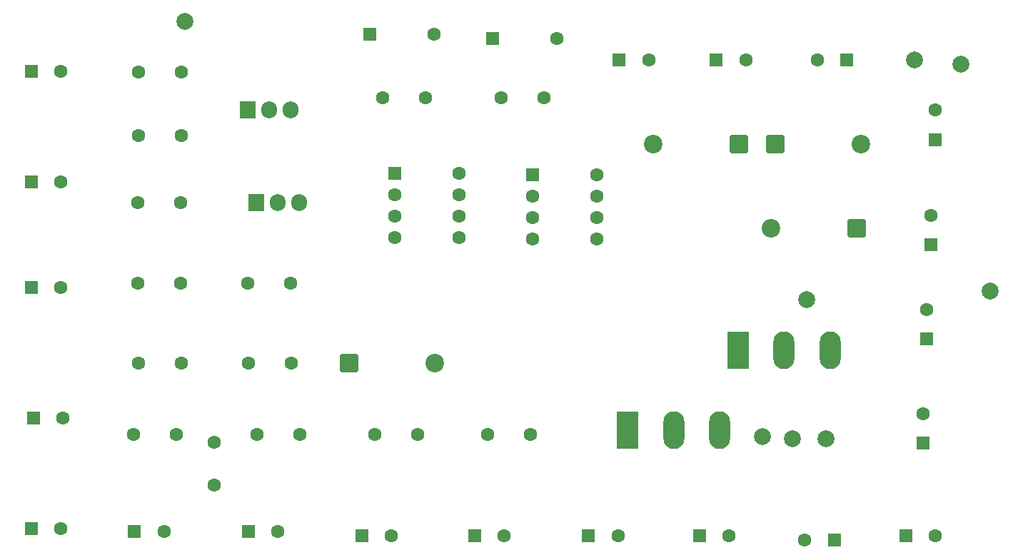
<source format=gbr>
%TF.GenerationSoftware,KiCad,Pcbnew,9.0.4*%
%TF.CreationDate,2025-10-02T23:38:02+05:30*%
%TF.ProjectId,Class_D Amplifier,436c6173-735f-4442-9041-6d706c696669,rev?*%
%TF.SameCoordinates,Original*%
%TF.FileFunction,Soldermask,Bot*%
%TF.FilePolarity,Negative*%
%FSLAX46Y46*%
G04 Gerber Fmt 4.6, Leading zero omitted, Abs format (unit mm)*
G04 Created by KiCad (PCBNEW 9.0.4) date 2025-10-02 23:38:02*
%MOMM*%
%LPD*%
G01*
G04 APERTURE LIST*
G04 Aperture macros list*
%AMRoundRect*
0 Rectangle with rounded corners*
0 $1 Rounding radius*
0 $2 $3 $4 $5 $6 $7 $8 $9 X,Y pos of 4 corners*
0 Add a 4 corners polygon primitive as box body*
4,1,4,$2,$3,$4,$5,$6,$7,$8,$9,$2,$3,0*
0 Add four circle primitives for the rounded corners*
1,1,$1+$1,$2,$3*
1,1,$1+$1,$4,$5*
1,1,$1+$1,$6,$7*
1,1,$1+$1,$8,$9*
0 Add four rect primitives between the rounded corners*
20,1,$1+$1,$2,$3,$4,$5,0*
20,1,$1+$1,$4,$5,$6,$7,0*
20,1,$1+$1,$6,$7,$8,$9,0*
20,1,$1+$1,$8,$9,$2,$3,0*%
G04 Aperture macros list end*
%ADD10RoundRect,0.250000X-0.550000X-0.550000X0.550000X-0.550000X0.550000X0.550000X-0.550000X0.550000X0*%
%ADD11C,1.600000*%
%ADD12RoundRect,0.250000X0.550000X-0.550000X0.550000X0.550000X-0.550000X0.550000X-0.550000X-0.550000X0*%
%ADD13R,2.500000X4.500000*%
%ADD14O,2.500000X4.500000*%
%ADD15C,2.000000*%
%ADD16RoundRect,0.249999X0.850001X0.850001X-0.850001X0.850001X-0.850001X-0.850001X0.850001X-0.850001X0*%
%ADD17C,2.200000*%
%ADD18R,1.905000X2.000000*%
%ADD19O,1.905000X2.000000*%
%ADD20RoundRect,0.249999X-0.850001X-0.850001X0.850001X-0.850001X0.850001X0.850001X-0.850001X0.850001X0*%
%ADD21RoundRect,0.250000X0.550000X0.550000X-0.550000X0.550000X-0.550000X-0.550000X0.550000X-0.550000X0*%
G04 APERTURE END LIST*
D10*
%TO.C,C9*%
X122847349Y-118000000D03*
D11*
X126347349Y-118000000D03*
%TD*%
D10*
%TO.C,U1*%
X113380000Y-74960000D03*
D11*
X113380000Y-77500000D03*
X113380000Y-80040000D03*
X113380000Y-82580000D03*
X121000000Y-82580000D03*
X121000000Y-80040000D03*
X121000000Y-77500000D03*
X121000000Y-74960000D03*
%TD*%
D12*
%TO.C,C16*%
X177000000Y-83500000D03*
D11*
X177000000Y-80000000D03*
%TD*%
D10*
%TO.C,C4*%
X70500000Y-104000000D03*
D11*
X74000000Y-104000000D03*
%TD*%
D10*
%TO.C,C21*%
X140000000Y-61500000D03*
D11*
X143500000Y-61500000D03*
%TD*%
D13*
%TO.C,Q3*%
X141000000Y-105500000D03*
D14*
X146450000Y-105500000D03*
X151900000Y-105500000D03*
%TD*%
D11*
%TO.C,R6*%
X82420000Y-106000000D03*
X87500000Y-106000000D03*
%TD*%
%TO.C,R2*%
X88080000Y-70500000D03*
X83000000Y-70500000D03*
%TD*%
D10*
%TO.C,D2*%
X125000000Y-59000000D03*
D11*
X132620000Y-59000000D03*
%TD*%
D10*
%TO.C,C1*%
X70264698Y-62920000D03*
D11*
X73764698Y-62920000D03*
%TD*%
D15*
%TO.C,J2*%
X162250000Y-90000000D03*
%TD*%
D16*
%TO.C,D1*%
X168160000Y-81500000D03*
D17*
X158000000Y-81500000D03*
%TD*%
D11*
%TO.C,R5*%
X88080000Y-97500000D03*
X83000000Y-97500000D03*
%TD*%
%TO.C,R9*%
X124420000Y-106000000D03*
X129500000Y-106000000D03*
%TD*%
D10*
%TO.C,C13*%
X174000000Y-118000000D03*
D11*
X177500000Y-118000000D03*
%TD*%
D13*
%TO.C,Q2*%
X154100000Y-96000000D03*
D14*
X159550000Y-96000000D03*
X165000000Y-96000000D03*
%TD*%
D10*
%TO.C,C10*%
X136347349Y-118000000D03*
D11*
X139847349Y-118000000D03*
%TD*%
D16*
%TO.C,D6*%
X154160000Y-71500000D03*
D17*
X144000000Y-71500000D03*
%TD*%
D11*
%TO.C,R3*%
X82920000Y-78500000D03*
X88000000Y-78500000D03*
%TD*%
D10*
%TO.C,C6*%
X82500000Y-117500000D03*
D11*
X86000000Y-117500000D03*
%TD*%
D15*
%TO.C,L1*%
X160500000Y-106500000D03*
X164500000Y-106500000D03*
%TD*%
D11*
%TO.C,R1*%
X82965000Y-63000000D03*
X88045000Y-63000000D03*
%TD*%
%TO.C,R13*%
X101080000Y-97500000D03*
X96000000Y-97500000D03*
%TD*%
D12*
%TO.C,C15*%
X176500000Y-94652651D03*
D11*
X176500000Y-91152651D03*
%TD*%
D10*
%TO.C,C5*%
X70250000Y-117150000D03*
D11*
X73750000Y-117150000D03*
%TD*%
D15*
%TO.C,J4*%
X175000000Y-61500000D03*
%TD*%
%TO.C,J5*%
X180500000Y-62000000D03*
%TD*%
D18*
%TO.C,Q1*%
X96920000Y-78500000D03*
D19*
X99460000Y-78500000D03*
X102000000Y-78500000D03*
%TD*%
D15*
%TO.C,J6*%
X157000000Y-106250000D03*
%TD*%
D11*
%TO.C,R8*%
X116080000Y-106000000D03*
X111000000Y-106000000D03*
%TD*%
D20*
%TO.C,D4*%
X158500000Y-71500000D03*
D17*
X168660000Y-71500000D03*
%TD*%
D11*
%TO.C,R10*%
X126000000Y-66000000D03*
X131080000Y-66000000D03*
%TD*%
D10*
%TO.C,C7*%
X96000000Y-117500000D03*
D11*
X99500000Y-117500000D03*
%TD*%
%TO.C,R11*%
X111920000Y-66000000D03*
X117000000Y-66000000D03*
%TD*%
D18*
%TO.C,Q4*%
X95960000Y-67450000D03*
D19*
X98500000Y-67450000D03*
X101040000Y-67450000D03*
%TD*%
D12*
%TO.C,C14*%
X176000000Y-107000000D03*
D11*
X176000000Y-103500000D03*
%TD*%
D10*
%TO.C,U2*%
X129695000Y-75190000D03*
D11*
X129695000Y-77730000D03*
X129695000Y-80270000D03*
X129695000Y-82810000D03*
X137315000Y-82810000D03*
X137315000Y-80270000D03*
X137315000Y-77730000D03*
X137315000Y-75190000D03*
%TD*%
D20*
%TO.C,D5*%
X108000000Y-97500000D03*
D17*
X118160000Y-97500000D03*
%TD*%
D10*
%TO.C,D3*%
X110380000Y-58500000D03*
D11*
X118000000Y-58500000D03*
%TD*%
D15*
%TO.C,J1*%
X88500000Y-57000000D03*
%TD*%
D10*
%TO.C,C3*%
X70264698Y-88500000D03*
D11*
X73764698Y-88500000D03*
%TD*%
D10*
%TO.C,C2*%
X70264698Y-76000000D03*
D11*
X73764698Y-76000000D03*
%TD*%
D10*
%TO.C,C11*%
X149500000Y-118000000D03*
D11*
X153000000Y-118000000D03*
%TD*%
D10*
%TO.C,C20*%
X151500000Y-61500000D03*
D11*
X155000000Y-61500000D03*
%TD*%
D10*
%TO.C,C8*%
X109500000Y-118000000D03*
D11*
X113000000Y-118000000D03*
%TD*%
%TO.C,R7*%
X102080000Y-106000000D03*
X97000000Y-106000000D03*
%TD*%
%TO.C,R12*%
X101035000Y-88000000D03*
X95955000Y-88000000D03*
%TD*%
%TO.C,R15*%
X92000000Y-106920000D03*
X92000000Y-112000000D03*
%TD*%
D15*
%TO.C,J3*%
X184000000Y-89000000D03*
%TD*%
D12*
%TO.C,C17*%
X177500000Y-71000000D03*
D11*
X177500000Y-67500000D03*
%TD*%
%TO.C,R4*%
X82920000Y-88000000D03*
X88000000Y-88000000D03*
%TD*%
D21*
%TO.C,C18*%
X167000000Y-61500000D03*
D11*
X163500000Y-61500000D03*
%TD*%
D21*
%TO.C,C12*%
X165500000Y-118500000D03*
D11*
X162000000Y-118500000D03*
%TD*%
M02*

</source>
